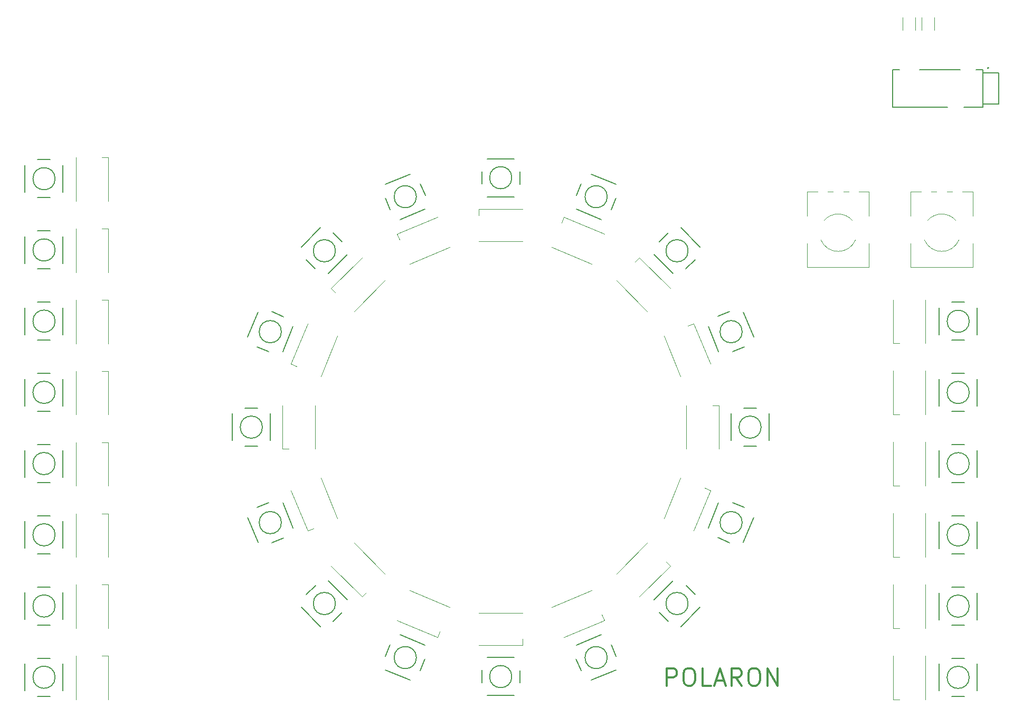
<source format=gto>
G04 #@! TF.FileFunction,Legend,Top*
%FSLAX46Y46*%
G04 Gerber Fmt 4.6, Leading zero omitted, Abs format (unit mm)*
G04 Created by KiCad (PCBNEW 4.0.6) date Saturday, 24. November 2018 'u26' 13:26:01*
%MOMM*%
%LPD*%
G01*
G04 APERTURE LIST*
%ADD10C,0.100000*%
%ADD11C,0.300000*%
%ADD12C,0.120000*%
%ADD13C,0.127000*%
%ADD14C,0.200000*%
%ADD15C,0.203200*%
G04 APERTURE END LIST*
D10*
D11*
X172438534Y-145335467D02*
X172438534Y-142535467D01*
X173505200Y-142535467D01*
X173771867Y-142668800D01*
X173905200Y-142802133D01*
X174038534Y-143068800D01*
X174038534Y-143468800D01*
X173905200Y-143735467D01*
X173771867Y-143868800D01*
X173505200Y-144002133D01*
X172438534Y-144002133D01*
X175771867Y-142535467D02*
X176305200Y-142535467D01*
X176571867Y-142668800D01*
X176838534Y-142935467D01*
X176971867Y-143468800D01*
X176971867Y-144402133D01*
X176838534Y-144935467D01*
X176571867Y-145202133D01*
X176305200Y-145335467D01*
X175771867Y-145335467D01*
X175505200Y-145202133D01*
X175238534Y-144935467D01*
X175105200Y-144402133D01*
X175105200Y-143468800D01*
X175238534Y-142935467D01*
X175505200Y-142668800D01*
X175771867Y-142535467D01*
X179505200Y-145335467D02*
X178171867Y-145335467D01*
X178171867Y-142535467D01*
X180305200Y-144535467D02*
X181638534Y-144535467D01*
X180038534Y-145335467D02*
X180971867Y-142535467D01*
X181905200Y-145335467D01*
X184438534Y-145335467D02*
X183505200Y-144002133D01*
X182838534Y-145335467D02*
X182838534Y-142535467D01*
X183905200Y-142535467D01*
X184171867Y-142668800D01*
X184305200Y-142802133D01*
X184438534Y-143068800D01*
X184438534Y-143468800D01*
X184305200Y-143735467D01*
X184171867Y-143868800D01*
X183905200Y-144002133D01*
X182838534Y-144002133D01*
X186171867Y-142535467D02*
X186705200Y-142535467D01*
X186971867Y-142668800D01*
X187238534Y-142935467D01*
X187371867Y-143468800D01*
X187371867Y-144402133D01*
X187238534Y-144935467D01*
X186971867Y-145202133D01*
X186705200Y-145335467D01*
X186171867Y-145335467D01*
X185905200Y-145202133D01*
X185638534Y-144935467D01*
X185505200Y-144402133D01*
X185505200Y-143468800D01*
X185638534Y-142935467D01*
X185905200Y-142668800D01*
X186171867Y-142535467D01*
X188571867Y-145335467D02*
X188571867Y-142535467D01*
X190171867Y-145335467D01*
X190171867Y-142535467D01*
D12*
X202691632Y-73858782D02*
G75*
G02X197167200Y-73859800I-2762432J1171982D01*
G01*
X197631447Y-70758505D02*
G75*
G02X202227200Y-70758800I2297753J-1928295D01*
G01*
X204890200Y-66126800D02*
X204890200Y-69992800D01*
X204890200Y-74381800D02*
X204890200Y-78246800D01*
X194969200Y-66126800D02*
X194969200Y-69992800D01*
X194969200Y-74381800D02*
X194969200Y-78246800D01*
X204890200Y-66126800D02*
X203254200Y-66126800D01*
X201604200Y-66126800D02*
X200754200Y-66126800D01*
X199104200Y-66126800D02*
X198254200Y-66126800D01*
X196604200Y-66126800D02*
X194969200Y-66126800D01*
X204890200Y-78246800D02*
X194969200Y-78246800D01*
D13*
X223159200Y-46580800D02*
X223159200Y-47080800D01*
X223159200Y-47080800D02*
X223159200Y-52080800D01*
X223159200Y-52080800D02*
X223159200Y-52580800D01*
X223159200Y-52580800D02*
X220059200Y-52580800D01*
X217459200Y-52580800D02*
X208659200Y-52580800D01*
X208659200Y-52580800D02*
X208659200Y-46580800D01*
X223159200Y-46580800D02*
X222059200Y-46580800D01*
X219459200Y-46580800D02*
X212959200Y-46580800D01*
D14*
X224059200Y-46280800D02*
G75*
G03X224059200Y-46280800I-100000J0D01*
G01*
D13*
X209759200Y-46580800D02*
X208659200Y-46580800D01*
X223159200Y-52080800D02*
X225659200Y-52080800D01*
X225659200Y-52080800D02*
X225659200Y-47080800D01*
X225659200Y-47080800D02*
X223159200Y-47080800D01*
D12*
X122263486Y-122448367D02*
X127213233Y-127398114D01*
X118586531Y-126125322D02*
X123536278Y-131075069D01*
X123536278Y-131075069D02*
X124243385Y-130367963D01*
X77664000Y-147549600D02*
X77664000Y-140549600D01*
X82864000Y-147549600D02*
X82864000Y-140549600D01*
X82864000Y-140549600D02*
X81864000Y-140549600D01*
X77664000Y-136129600D02*
X77664000Y-129129600D01*
X82864000Y-136129600D02*
X82864000Y-129129600D01*
X82864000Y-129129600D02*
X81864000Y-129129600D01*
X77664000Y-124709600D02*
X77664000Y-117709600D01*
X82864000Y-124709600D02*
X82864000Y-117709600D01*
X82864000Y-117709600D02*
X81864000Y-117709600D01*
X77664000Y-113289600D02*
X77664000Y-106289600D01*
X82864000Y-113289600D02*
X82864000Y-106289600D01*
X82864000Y-106289600D02*
X81864000Y-106289600D01*
X77664000Y-101869600D02*
X77664000Y-94869600D01*
X82864000Y-101869600D02*
X82864000Y-94869600D01*
X82864000Y-94869600D02*
X81864000Y-94869600D01*
X77664000Y-90449600D02*
X77664000Y-83449600D01*
X82864000Y-90449600D02*
X82864000Y-83449600D01*
X82864000Y-83449600D02*
X81864000Y-83449600D01*
X77664000Y-79029600D02*
X77664000Y-72029600D01*
X82864000Y-79029600D02*
X82864000Y-72029600D01*
X82864000Y-72029600D02*
X81864000Y-72029600D01*
X77664000Y-67609600D02*
X77664000Y-60609600D01*
X82864000Y-67609600D02*
X82864000Y-60609600D01*
X82864000Y-60609600D02*
X81864000Y-60609600D01*
X213928000Y-140518800D02*
X213928000Y-147518800D01*
X208728000Y-140518800D02*
X208728000Y-147518800D01*
X208728000Y-147518800D02*
X209728000Y-147518800D01*
X213928000Y-129098800D02*
X213928000Y-136098800D01*
X208728000Y-129098800D02*
X208728000Y-136098800D01*
X208728000Y-136098800D02*
X209728000Y-136098800D01*
X213928000Y-117678800D02*
X213928000Y-124678800D01*
X208728000Y-117678800D02*
X208728000Y-124678800D01*
X208728000Y-124678800D02*
X209728000Y-124678800D01*
X213928000Y-106258800D02*
X213928000Y-113258800D01*
X208728000Y-106258800D02*
X208728000Y-113258800D01*
X208728000Y-113258800D02*
X209728000Y-113258800D01*
X213928000Y-94838800D02*
X213928000Y-101838800D01*
X208728000Y-94838800D02*
X208728000Y-101838800D01*
X208728000Y-101838800D02*
X209728000Y-101838800D01*
X213928000Y-83418800D02*
X213928000Y-90418800D01*
X208728000Y-83418800D02*
X208728000Y-90418800D01*
X208728000Y-90418800D02*
X209728000Y-90418800D01*
X142296000Y-133645600D02*
X149296000Y-133645600D01*
X142296000Y-138845600D02*
X149296000Y-138845600D01*
X149296000Y-138845600D02*
X149296000Y-137845600D01*
X153958735Y-132718124D02*
X160425891Y-130039340D01*
X155948689Y-137522298D02*
X162415845Y-134843514D01*
X162415845Y-134843514D02*
X162033162Y-133919634D01*
X164378767Y-127398114D02*
X169328514Y-122448367D01*
X168055722Y-131075069D02*
X173005469Y-126125322D01*
X173005469Y-126125322D02*
X172298363Y-125418215D01*
X171969740Y-118495491D02*
X174648524Y-112028335D01*
X176773914Y-120485445D02*
X179452698Y-114018289D01*
X179452698Y-114018289D02*
X178528818Y-113635605D01*
X175576000Y-107365600D02*
X175576000Y-100365600D01*
X180776000Y-107365600D02*
X180776000Y-100365600D01*
X180776000Y-100365600D02*
X179776000Y-100365600D01*
X174648524Y-95702865D02*
X171969740Y-89235709D01*
X179452698Y-93712911D02*
X176773914Y-87245755D01*
X176773914Y-87245755D02*
X175850034Y-87628438D01*
X169328514Y-85282833D02*
X164378767Y-80333086D01*
X173005469Y-81605878D02*
X168055722Y-76656131D01*
X168055722Y-76656131D02*
X167348615Y-77363237D01*
X160425891Y-77691860D02*
X153958735Y-75013076D01*
X162415845Y-72887686D02*
X155948689Y-70208902D01*
X155948689Y-70208902D02*
X155566005Y-71132782D01*
X149296000Y-74085600D02*
X142296000Y-74085600D01*
X149296000Y-68885600D02*
X142296000Y-68885600D01*
X142296000Y-68885600D02*
X142296000Y-69885600D01*
X137633265Y-75013076D02*
X131166109Y-77691860D01*
X135643311Y-70208902D02*
X129176155Y-72887686D01*
X129176155Y-72887686D02*
X129558838Y-73811566D01*
X127213233Y-80333086D02*
X122263486Y-85282833D01*
X123536278Y-76656131D02*
X118586531Y-81605878D01*
X118586531Y-81605878D02*
X119293637Y-82312985D01*
X119622260Y-89235709D02*
X116943476Y-95702865D01*
X114818086Y-87245755D02*
X112139302Y-93712911D01*
X112139302Y-93712911D02*
X113063182Y-94095595D01*
X116016000Y-100365600D02*
X116016000Y-107365600D01*
X110816000Y-100365600D02*
X110816000Y-107365600D01*
X110816000Y-107365600D02*
X111816000Y-107365600D01*
X116943476Y-112028335D02*
X119622260Y-118495491D01*
X112139302Y-114018289D02*
X114818086Y-120485445D01*
X114818086Y-120485445D02*
X115741966Y-120102762D01*
X131166109Y-130039340D02*
X137633265Y-132718124D01*
X129176155Y-134843514D02*
X135643311Y-137522298D01*
X135643311Y-137522298D02*
X136025995Y-136598418D01*
D15*
X147955000Y-140817600D02*
X143637000Y-140817600D01*
X143637000Y-146913600D02*
X147955000Y-146913600D01*
X148844000Y-142869920D02*
X148844000Y-144881600D01*
X142748000Y-142839440D02*
X142748000Y-144881600D01*
X147574000Y-143865600D02*
G75*
G03X147574000Y-143865600I-1778000J0D01*
G01*
X161931574Y-137178583D02*
X157942262Y-138831010D01*
X160275100Y-144462979D02*
X164264412Y-142810552D01*
X163538292Y-138734474D02*
X164308128Y-140593024D01*
X157894658Y-141039152D02*
X158676159Y-142925862D01*
X162881337Y-140820781D02*
G75*
G03X162881337Y-140820781I-1778000J0D01*
G01*
X173451653Y-128467966D02*
X170398366Y-131521253D01*
X174708889Y-135831776D02*
X177762176Y-132778489D01*
X175531480Y-129290557D02*
X176953953Y-130713030D01*
X171199405Y-133579528D02*
X172643430Y-135023553D01*
X175858271Y-132149871D02*
G75*
G03X175858271Y-132149871I-1778000J0D01*
G01*
X180761410Y-116011862D02*
X179108983Y-120001174D01*
X184740952Y-122334012D02*
X186393379Y-118344700D01*
X182997712Y-115975922D02*
X184856262Y-116745759D01*
X180636714Y-121596227D02*
X182523424Y-122377728D01*
X184529181Y-119172937D02*
G75*
G03X184529181Y-119172937I-1778000J0D01*
G01*
X182748000Y-101706600D02*
X182748000Y-106024600D01*
X188844000Y-106024600D02*
X188844000Y-101706600D01*
X184800320Y-100817600D02*
X186812000Y-100817600D01*
X184769840Y-106913600D02*
X186812000Y-106913600D01*
X187574000Y-103865600D02*
G75*
G03X187574000Y-103865600I-1778000J0D01*
G01*
X179108983Y-87730026D02*
X180761410Y-91719338D01*
X186393379Y-89386500D02*
X184740952Y-85397188D01*
X180664874Y-86123308D02*
X182523424Y-85353472D01*
X182969552Y-91766942D02*
X184856262Y-90985441D01*
X184529181Y-88558263D02*
G75*
G03X184529181Y-88558263I-1778000J0D01*
G01*
X170398366Y-76209947D02*
X173451653Y-79263234D01*
X177762176Y-74952711D02*
X174708889Y-71899424D01*
X171220957Y-74130120D02*
X172643430Y-72707647D01*
X175509928Y-78462195D02*
X176953953Y-77018170D01*
X175858271Y-75581329D02*
G75*
G03X175858271Y-75581329I-1778000J0D01*
G01*
X157942262Y-68900190D02*
X161931574Y-70552617D01*
X164264412Y-64920648D02*
X160275100Y-63268221D01*
X157906322Y-66663888D02*
X158676159Y-64805338D01*
X163526627Y-69024886D02*
X164308128Y-67138176D01*
X162881337Y-66910419D02*
G75*
G03X162881337Y-66910419I-1778000J0D01*
G01*
X143637000Y-66913600D02*
X147955000Y-66913600D01*
X147955000Y-60817600D02*
X143637000Y-60817600D01*
X142748000Y-64861280D02*
X142748000Y-62849600D01*
X148844000Y-64891760D02*
X148844000Y-62849600D01*
X147574000Y-63865600D02*
G75*
G03X147574000Y-63865600I-1778000J0D01*
G01*
X129660426Y-70552617D02*
X133649738Y-68900190D01*
X131316900Y-63268221D02*
X127327588Y-64920648D01*
X128053708Y-68996726D02*
X127283872Y-67138176D01*
X133697342Y-66692048D02*
X132915841Y-64805338D01*
X132266663Y-66910419D02*
G75*
G03X132266663Y-66910419I-1778000J0D01*
G01*
X118140347Y-79263234D02*
X121193634Y-76209947D01*
X116883111Y-71899424D02*
X113829824Y-74952711D01*
X116060520Y-78440643D02*
X114638047Y-77018170D01*
X120392595Y-74151672D02*
X118948570Y-72707647D01*
X119289729Y-75581329D02*
G75*
G03X119289729Y-75581329I-1778000J0D01*
G01*
X110830590Y-91719338D02*
X112483017Y-87730026D01*
X106851048Y-85397188D02*
X105198621Y-89386500D01*
X108594288Y-91755278D02*
X106735738Y-90985441D01*
X110955286Y-86134973D02*
X109068576Y-85353472D01*
X110618819Y-88558263D02*
G75*
G03X110618819Y-88558263I-1778000J0D01*
G01*
X108844000Y-106024600D02*
X108844000Y-101706600D01*
X102748000Y-101706600D02*
X102748000Y-106024600D01*
X106791680Y-106913600D02*
X104780000Y-106913600D01*
X106822160Y-100817600D02*
X104780000Y-100817600D01*
X107574000Y-103865600D02*
G75*
G03X107574000Y-103865600I-1778000J0D01*
G01*
X112483017Y-120001174D02*
X110830590Y-116011862D01*
X105198621Y-118344700D02*
X106851048Y-122334012D01*
X110927126Y-121607892D02*
X109068576Y-122377728D01*
X108622448Y-115964258D02*
X106735738Y-116745759D01*
X110618819Y-119172937D02*
G75*
G03X110618819Y-119172937I-1778000J0D01*
G01*
X121193634Y-131521253D02*
X118140347Y-128467966D01*
X113829824Y-132778489D02*
X116883111Y-135831776D01*
X120371043Y-133601080D02*
X118948570Y-135023553D01*
X116082072Y-129269005D02*
X114638047Y-130713030D01*
X119289729Y-132149871D02*
G75*
G03X119289729Y-132149871I-1778000J0D01*
G01*
X133649738Y-138831010D02*
X129660426Y-137178583D01*
X127327588Y-142810552D02*
X131316900Y-144462979D01*
X133685678Y-141067312D02*
X132915841Y-142925862D01*
X128065373Y-138706314D02*
X127283872Y-140593024D01*
X132266663Y-140820781D02*
G75*
G03X132266663Y-140820781I-1778000J0D01*
G01*
X75595480Y-66187320D02*
X75595480Y-61869320D01*
X69499480Y-61869320D02*
X69499480Y-66187320D01*
X73543160Y-67076320D02*
X71531480Y-67076320D01*
X73573640Y-60980320D02*
X71531480Y-60980320D01*
X74325480Y-64028320D02*
G75*
G03X74325480Y-64028320I-1778000J0D01*
G01*
X75595480Y-77607320D02*
X75595480Y-73289320D01*
X69499480Y-73289320D02*
X69499480Y-77607320D01*
X73543160Y-78496320D02*
X71531480Y-78496320D01*
X73573640Y-72400320D02*
X71531480Y-72400320D01*
X74325480Y-75448320D02*
G75*
G03X74325480Y-75448320I-1778000J0D01*
G01*
X75595480Y-89027320D02*
X75595480Y-84709320D01*
X69499480Y-84709320D02*
X69499480Y-89027320D01*
X73543160Y-89916320D02*
X71531480Y-89916320D01*
X73573640Y-83820320D02*
X71531480Y-83820320D01*
X74325480Y-86868320D02*
G75*
G03X74325480Y-86868320I-1778000J0D01*
G01*
X75595480Y-100447320D02*
X75595480Y-96129320D01*
X69499480Y-96129320D02*
X69499480Y-100447320D01*
X73543160Y-101336320D02*
X71531480Y-101336320D01*
X73573640Y-95240320D02*
X71531480Y-95240320D01*
X74325480Y-98288320D02*
G75*
G03X74325480Y-98288320I-1778000J0D01*
G01*
X75595480Y-111867320D02*
X75595480Y-107549320D01*
X69499480Y-107549320D02*
X69499480Y-111867320D01*
X73543160Y-112756320D02*
X71531480Y-112756320D01*
X73573640Y-106660320D02*
X71531480Y-106660320D01*
X74325480Y-109708320D02*
G75*
G03X74325480Y-109708320I-1778000J0D01*
G01*
X75595480Y-123287320D02*
X75595480Y-118969320D01*
X69499480Y-118969320D02*
X69499480Y-123287320D01*
X73543160Y-124176320D02*
X71531480Y-124176320D01*
X73573640Y-118080320D02*
X71531480Y-118080320D01*
X74325480Y-121128320D02*
G75*
G03X74325480Y-121128320I-1778000J0D01*
G01*
X75595480Y-134707320D02*
X75595480Y-130389320D01*
X69499480Y-130389320D02*
X69499480Y-134707320D01*
X73543160Y-135596320D02*
X71531480Y-135596320D01*
X73573640Y-129500320D02*
X71531480Y-129500320D01*
X74325480Y-132548320D02*
G75*
G03X74325480Y-132548320I-1778000J0D01*
G01*
X75595480Y-146127320D02*
X75595480Y-141809320D01*
X69499480Y-141809320D02*
X69499480Y-146127320D01*
X73543160Y-147016320D02*
X71531480Y-147016320D01*
X73573640Y-140920320D02*
X71531480Y-140920320D01*
X74325480Y-143968320D02*
G75*
G03X74325480Y-143968320I-1778000J0D01*
G01*
X216123520Y-84729320D02*
X216123520Y-89047320D01*
X222219520Y-89047320D02*
X222219520Y-84729320D01*
X218175840Y-83840320D02*
X220187520Y-83840320D01*
X218145360Y-89936320D02*
X220187520Y-89936320D01*
X220949520Y-86888320D02*
G75*
G03X220949520Y-86888320I-1778000J0D01*
G01*
X216123520Y-96149320D02*
X216123520Y-100467320D01*
X222219520Y-100467320D02*
X222219520Y-96149320D01*
X218175840Y-95260320D02*
X220187520Y-95260320D01*
X218145360Y-101356320D02*
X220187520Y-101356320D01*
X220949520Y-98308320D02*
G75*
G03X220949520Y-98308320I-1778000J0D01*
G01*
X216123520Y-107569320D02*
X216123520Y-111887320D01*
X222219520Y-111887320D02*
X222219520Y-107569320D01*
X218175840Y-106680320D02*
X220187520Y-106680320D01*
X218145360Y-112776320D02*
X220187520Y-112776320D01*
X220949520Y-109728320D02*
G75*
G03X220949520Y-109728320I-1778000J0D01*
G01*
X216123520Y-118989320D02*
X216123520Y-123307320D01*
X222219520Y-123307320D02*
X222219520Y-118989320D01*
X218175840Y-118100320D02*
X220187520Y-118100320D01*
X218145360Y-124196320D02*
X220187520Y-124196320D01*
X220949520Y-121148320D02*
G75*
G03X220949520Y-121148320I-1778000J0D01*
G01*
X216123520Y-130409320D02*
X216123520Y-134727320D01*
X222219520Y-134727320D02*
X222219520Y-130409320D01*
X218175840Y-129520320D02*
X220187520Y-129520320D01*
X218145360Y-135616320D02*
X220187520Y-135616320D01*
X220949520Y-132568320D02*
G75*
G03X220949520Y-132568320I-1778000J0D01*
G01*
X216123520Y-141829320D02*
X216123520Y-146147320D01*
X222219520Y-146147320D02*
X222219520Y-141829320D01*
X218175840Y-140940320D02*
X220187520Y-140940320D01*
X218145360Y-147036320D02*
X220187520Y-147036320D01*
X220949520Y-143988320D02*
G75*
G03X220949520Y-143988320I-1778000J0D01*
G01*
D12*
X215345200Y-40166800D02*
X215345200Y-38166800D01*
X213305200Y-38166800D02*
X213305200Y-40166800D01*
X212297200Y-40166800D02*
X212297200Y-38166800D01*
X210257200Y-38166800D02*
X210257200Y-40166800D01*
X219291632Y-73858782D02*
G75*
G02X213767200Y-73859800I-2762432J1171982D01*
G01*
X214231447Y-70758505D02*
G75*
G02X218827200Y-70758800I2297753J-1928295D01*
G01*
X221490200Y-66126800D02*
X221490200Y-69992800D01*
X221490200Y-74381800D02*
X221490200Y-78246800D01*
X211569200Y-66126800D02*
X211569200Y-69992800D01*
X211569200Y-74381800D02*
X211569200Y-78246800D01*
X221490200Y-66126800D02*
X219854200Y-66126800D01*
X218204200Y-66126800D02*
X217354200Y-66126800D01*
X215704200Y-66126800D02*
X214854200Y-66126800D01*
X213204200Y-66126800D02*
X211569200Y-66126800D01*
X221490200Y-78246800D02*
X211569200Y-78246800D01*
M02*

</source>
